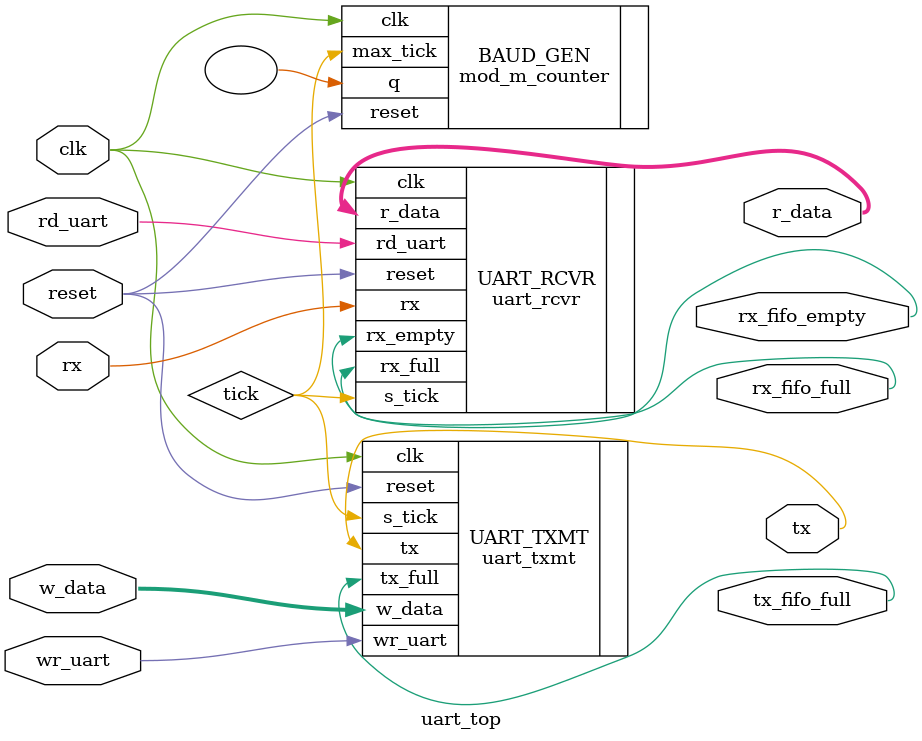
<source format=v>
`timescale 1ns / 1ps

module uart_top(clk, reset, rd_uart, wr_uart, rx, tx, w_data, r_data, tx_fifo_full, rx_fifo_empty, rx_fifo_full);
	parameter W = 8;
	
	input clk, reset;
	input rd_uart, wr_uart, rx;
	input [W-1:0] w_data;
	output [W-1:0] r_data;
	output tx_fifo_full, rx_fifo_empty, rx_fifo_full, tx;
	
	// Signal Declaration (for connections)
	wire tick;
	
	mod_m_counter BAUD_GEN	(	.clk(clk), 
					.reset(reset), 
					.max_tick(tick), 
					.q()
				);
	
	uart_rcvr UART_RCVR	(	.clk(clk), 
					.reset(reset), 
					.s_tick(tick), 
					.rx(rx), 
					.rd_uart(rd_uart), 
					.r_data(r_data), 
					.rx_empty(rx_fifo_empty), 
					.rx_full(rx_fifo_full)
				);
						
	uart_txmt UART_TXMT	(	.clk(clk), 
					.reset(reset), 
					.s_tick(tick), 
					.w_data(w_data), 
					.wr_uart(wr_uart), 
					.tx(tx), 
					.tx_full(tx_fifo_full)
				);
	
endmodule

</source>
